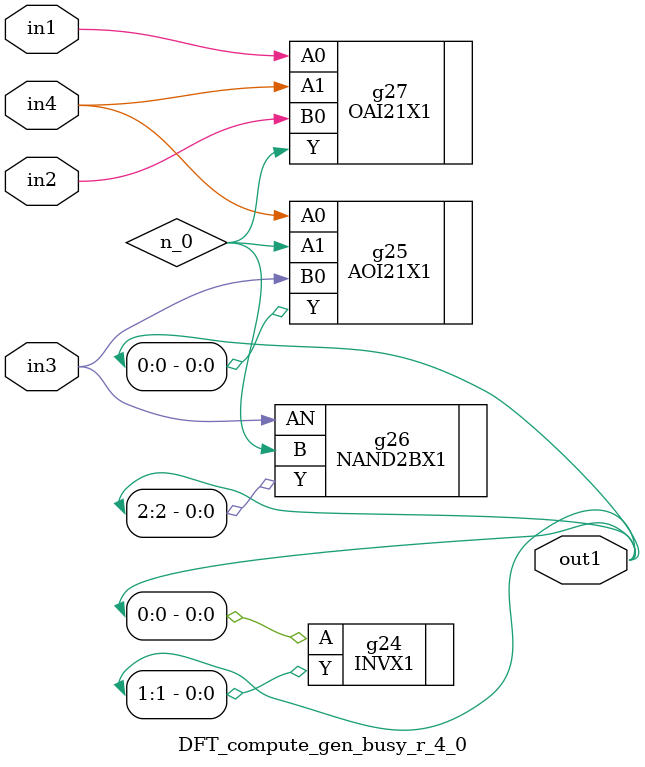
<source format=v>
`timescale 1ps / 1ps


module DFT_compute_gen_busy_r_4_0(in1, in2, in3, in4, out1);
  input in1, in2, in3, in4;
  output [2:0] out1;
  wire in1, in2, in3, in4;
  wire [2:0] out1;
  wire n_0;
  INVX1 g24(.A (out1[0]), .Y (out1[1]));
  AOI21X1 g25(.A0 (in4), .A1 (n_0), .B0 (in3), .Y (out1[0]));
  NAND2BX1 g26(.AN (in3), .B (n_0), .Y (out1[2]));
  OAI21X1 g27(.A0 (in1), .A1 (in4), .B0 (in2), .Y (n_0));
endmodule



</source>
